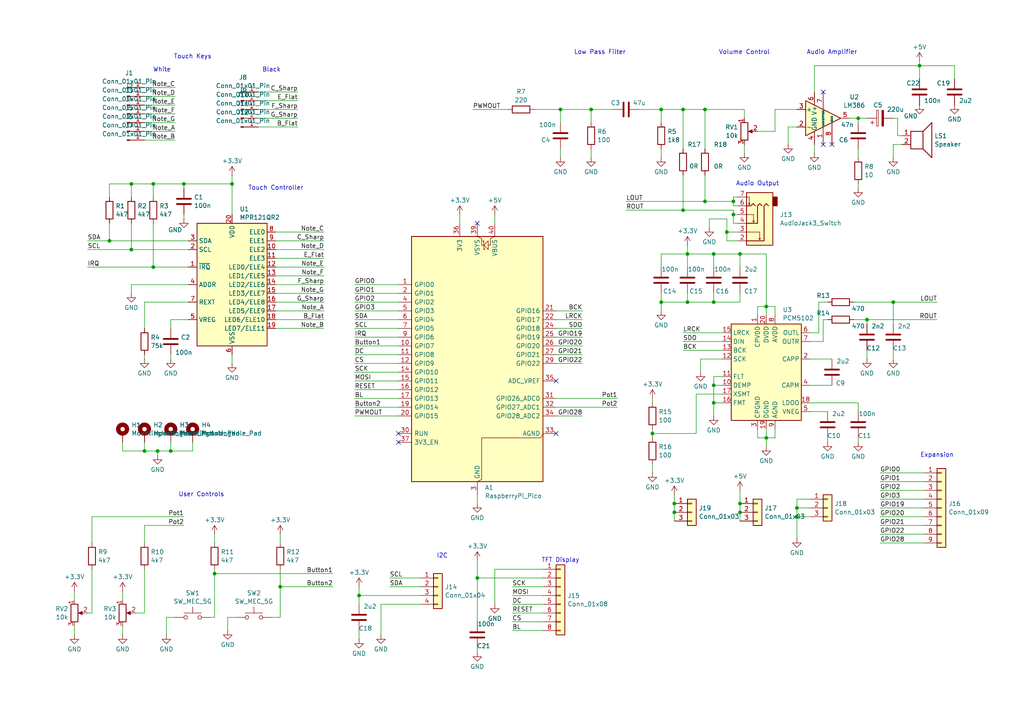
<source format=kicad_sch>
(kicad_sch (version 20231120) (generator "eeschema") (generator_version "8.0")
  (paper "A4")
  (junction (at 195.58 148.59))
  (junction (at 207.01 116.84))
  (junction (at 212.725 62.23))
  (junction (at 204.47 31.75))
  (junction (at 53.34 53.34))
  (junction (at 81.28 170.18))
  (junction (at 44.45 53.34))
  (junction (at 104.14 172.72))
  (junction (at 207.01 87.63))
  (junction (at 195.58 146.05))
  (junction (at 231.14 147.32))
  (junction (at 191.77 31.75))
  (junction (at 212.725 58.42))
  (junction (at 259.08 87.63))
  (junction (at 67.31 53.34))
  (junction (at 214.63 148.59))
  (junction (at 210.82 67.31))
  (junction (at 204.47 58.42))
  (junction (at 41.91 130.81))
  (junction (at 162.56 31.75))
  (junction (at 189.23 125.73))
  (junction (at 198.12 31.75))
  (junction (at 171.45 31.75))
  (junction (at 248.92 34.29))
  (junction (at 38.1 72.39))
  (junction (at 207.01 111.76))
  (junction (at 207.01 73.66))
  (junction (at 191.77 87.63))
  (junction (at 138.43 167.64))
  (junction (at 214.63 73.66))
  (junction (at 222.25 127))
  (junction (at 222.25 88.9))
  (junction (at 199.39 73.66))
  (junction (at 214.63 146.05))
  (junction (at 231.14 149.86))
  (junction (at 62.23 166.37))
  (junction (at 45.72 130.81))
  (junction (at 49.53 130.81))
  (junction (at 38.1 53.34))
  (junction (at 251.46 92.71))
  (junction (at 44.45 77.47))
  (junction (at 198.12 60.96))
  (junction (at 266.7 19.05))
  (junction (at 199.39 87.63))
  (junction (at 31.75 69.85))
  (no_connect (at 238.76 26.67))
  (no_connect (at 241.3 41.91))
  (no_connect (at 115.57 125.73))
  (no_connect (at 161.29 110.49))
  (no_connect (at 115.57 128.27))
  (no_connect (at 161.29 125.73))
  (no_connect (at 238.76 41.91))
  (no_connect (at 138.43 64.77))
  (wire (pts (xy 31.75 64.77) (xy 31.75 69.85)))
  (wire (pts (xy 21.59 181.61) (xy 21.59 184.15)))
  (wire (pts (xy 41.91 157.48) (xy 41.91 152.4)))
  (wire (pts (xy 45.72 130.81) (xy 45.72 132.08)))
  (wire (pts (xy 41.91 130.81) (xy 45.72 130.81)))
  (wire (pts (xy 259.08 101.6) (xy 259.08 104.14)))
  (wire (pts (xy 44.45 77.47) (xy 54.61 77.47)))
  (wire (pts (xy 276.86 19.05) (xy 276.86 22.86)))
  (wire (pts (xy 259.08 87.63) (xy 259.08 93.98)))
  (wire (pts (xy 102.87 95.25) (xy 115.57 95.25)))
  (wire (pts (xy 110.49 175.26) (xy 110.49 184.15)))
  (wire (pts (xy 201.93 114.3) (xy 209.55 114.3)))
  (wire (pts (xy 199.39 71.12) (xy 199.39 73.66)))
  (wire (pts (xy 41.91 25.4) (xy 50.8 25.4)))
  (wire (pts (xy 81.28 154.94) (xy 81.28 157.48)))
  (wire (pts (xy 143.51 62.23) (xy 143.51 64.77)))
  (wire (pts (xy 212.725 57.15) (xy 213.995 57.15)))
  (wire (pts (xy 259.08 34.29) (xy 260.35 34.29)))
  (wire (pts (xy 31.75 69.85) (xy 54.61 69.85)))
  (wire (pts (xy 81.28 170.18) (xy 96.52 170.18)))
  (wire (pts (xy 148.59 170.18) (xy 157.48 170.18)))
  (wire (pts (xy 214.63 85.09) (xy 214.63 87.63)))
  (wire (pts (xy 41.91 165.1) (xy 41.91 177.8)))
  (wire (pts (xy 189.23 125.73) (xy 189.23 127)))
  (wire (pts (xy 191.77 85.09) (xy 191.77 87.63)))
  (wire (pts (xy 207.01 73.66) (xy 214.63 73.66)))
  (wire (pts (xy 41.91 27.94) (xy 50.8 27.94)))
  (wire (pts (xy 237.49 87.63) (xy 240.03 87.63)))
  (wire (pts (xy 222.25 127) (xy 224.79 127)))
  (wire (pts (xy 247.65 92.71) (xy 251.46 92.71)))
  (wire (pts (xy 248.92 116.84) (xy 248.92 119.38)))
  (wire (pts (xy 248.92 34.29) (xy 251.46 34.29)))
  (wire (pts (xy 78.74 179.07) (xy 81.28 179.07)))
  (wire (pts (xy 207.01 85.09) (xy 207.01 87.63)))
  (wire (pts (xy 62.23 154.94) (xy 62.23 157.48)))
  (wire (pts (xy 199.39 73.66) (xy 207.01 73.66)))
  (wire (pts (xy 102.87 113.03) (xy 115.57 113.03)))
  (wire (pts (xy 41.91 33.02) (xy 50.8 33.02)))
  (wire (pts (xy 162.56 43.18) (xy 162.56 45.72)))
  (wire (pts (xy 102.87 100.33) (xy 115.57 100.33)))
  (wire (pts (xy 231.14 149.86) (xy 231.14 156.21)))
  (wire (pts (xy 49.53 102.87) (xy 49.53 104.14)))
  (wire (pts (xy 203.2 104.14) (xy 203.2 107.95)))
  (wire (pts (xy 195.58 146.05) (xy 195.58 148.59)))
  (wire (pts (xy 231.14 36.83) (xy 228.6 36.83)))
  (wire (pts (xy 199.39 73.66) (xy 199.39 77.47)))
  (wire (pts (xy 31.75 57.15) (xy 31.75 53.34)))
  (wire (pts (xy 210.82 67.31) (xy 210.82 69.85)))
  (wire (pts (xy 199.39 87.63) (xy 207.01 87.63)))
  (wire (pts (xy 207.01 111.76) (xy 209.55 111.76)))
  (wire (pts (xy 26.67 165.1) (xy 26.67 177.8)))
  (wire (pts (xy 143.51 165.1) (xy 157.48 165.1)))
  (wire (pts (xy 198.12 96.52) (xy 209.55 96.52)))
  (wire (pts (xy 80.01 82.55) (xy 93.98 82.55)))
  (wire (pts (xy 214.63 148.59) (xy 214.63 151.13)))
  (wire (pts (xy 191.77 35.56) (xy 191.77 31.75)))
  (wire (pts (xy 198.12 101.6) (xy 209.55 101.6)))
  (wire (pts (xy 44.45 64.77) (xy 44.45 77.47)))
  (wire (pts (xy 204.47 58.42) (xy 212.725 58.42)))
  (wire (pts (xy 205.74 63.5) (xy 205.74 66.04)))
  (wire (pts (xy 251.46 92.71) (xy 251.46 93.98)))
  (wire (pts (xy 195.58 143.51) (xy 195.58 146.05)))
  (wire (pts (xy 207.01 87.63) (xy 214.63 87.63)))
  (wire (pts (xy 222.25 127) (xy 222.25 129.54)))
  (wire (pts (xy 44.45 53.34) (xy 53.34 53.34)))
  (wire (pts (xy 248.92 43.18) (xy 248.92 45.72)))
  (wire (pts (xy 214.63 73.66) (xy 222.25 73.66)))
  (wire (pts (xy 102.87 87.63) (xy 115.57 87.63)))
  (wire (pts (xy 80.01 85.09) (xy 93.98 85.09)))
  (wire (pts (xy 207.01 116.84) (xy 207.01 120.65)))
  (wire (pts (xy 234.95 96.52) (xy 237.49 96.52)))
  (wire (pts (xy 199.39 85.09) (xy 199.39 87.63)))
  (wire (pts (xy 80.01 80.01) (xy 93.98 80.01)))
  (wire (pts (xy 138.43 167.64) (xy 157.48 167.64)))
  (wire (pts (xy 247.65 87.63) (xy 259.08 87.63)))
  (wire (pts (xy 62.23 166.37) (xy 62.23 165.1)))
  (wire (pts (xy 74.93 29.21) (xy 86.36 29.21)))
  (wire (pts (xy 53.34 54.61) (xy 53.34 53.34)))
  (wire (pts (xy 255.27 144.78) (xy 267.97 144.78)))
  (wire (pts (xy 102.87 82.55) (xy 115.57 82.55)))
  (wire (pts (xy 104.14 182.88) (xy 104.14 185.42)))
  (wire (pts (xy 80.01 72.39) (xy 93.98 72.39)))
  (wire (pts (xy 35.56 181.61) (xy 35.56 184.15)))
  (wire (pts (xy 191.77 77.47) (xy 191.77 73.66)))
  (wire (pts (xy 191.77 87.63) (xy 199.39 87.63)))
  (wire (pts (xy 25.4 77.47) (xy 44.45 77.47)))
  (wire (pts (xy 81.28 170.18) (xy 81.28 165.1)))
  (wire (pts (xy 35.56 130.81) (xy 41.91 130.81)))
  (wire (pts (xy 80.01 87.63) (xy 93.98 87.63)))
  (wire (pts (xy 251.46 92.71) (xy 271.78 92.71)))
  (wire (pts (xy 191.77 31.75) (xy 198.12 31.75)))
  (wire (pts (xy 102.87 118.11) (xy 115.57 118.11)))
  (wire (pts (xy 138.43 167.64) (xy 138.43 180.34)))
  (wire (pts (xy 191.77 43.18) (xy 191.77 45.72)))
  (wire (pts (xy 209.55 109.22) (xy 207.01 109.22)))
  (wire (pts (xy 41.91 40.64) (xy 50.8 40.64)))
  (wire (pts (xy 26.67 149.86) (xy 53.34 149.86)))
  (wire (pts (xy 266.7 17.78) (xy 266.7 19.05)))
  (wire (pts (xy 161.29 115.57) (xy 179.07 115.57)))
  (wire (pts (xy 49.53 130.81) (xy 55.88 130.81)))
  (wire (pts (xy 137.16 31.75) (xy 147.32 31.75)))
  (wire (pts (xy 198.12 31.75) (xy 198.12 43.18)))
  (wire (pts (xy 210.82 63.5) (xy 210.82 67.31)))
  (wire (pts (xy 54.61 92.71) (xy 49.53 92.71)))
  (wire (pts (xy 41.91 35.56) (xy 50.8 35.56)))
  (wire (pts (xy 234.95 99.06) (xy 238.76 99.06)))
  (wire (pts (xy 222.25 73.66) (xy 222.25 88.9)))
  (wire (pts (xy 45.72 130.81) (xy 49.53 130.81)))
  (wire (pts (xy 74.93 36.83) (xy 86.36 36.83)))
  (wire (pts (xy 80.01 95.25) (xy 93.98 95.25)))
  (wire (pts (xy 198.12 50.8) (xy 198.12 60.96)))
  (wire (pts (xy 212.725 58.42) (xy 212.725 57.15)))
  (wire (pts (xy 161.29 95.25) (xy 168.91 95.25)))
  (wire (pts (xy 31.75 53.34) (xy 38.1 53.34)))
  (wire (pts (xy 219.71 124.46) (xy 219.71 127)))
  (wire (pts (xy 81.28 170.18) (xy 81.28 179.07)))
  (wire (pts (xy 49.53 92.71) (xy 49.53 95.25)))
  (wire (pts (xy 80.01 69.85) (xy 93.98 69.85)))
  (wire (pts (xy 161.29 105.41) (xy 168.91 105.41)))
  (wire (pts (xy 207.01 109.22) (xy 207.01 111.76)))
  (wire (pts (xy 161.29 118.11) (xy 179.07 118.11)))
  (wire (pts (xy 148.59 180.34) (xy 157.48 180.34)))
  (wire (pts (xy 210.82 69.85) (xy 213.995 69.85)))
  (wire (pts (xy 259.08 87.63) (xy 271.78 87.63)))
  (wire (pts (xy 215.9 41.91) (xy 215.9 44.45)))
  (wire (pts (xy 231.14 144.78) (xy 231.14 147.32)))
  (wire (pts (xy 26.67 177.8) (xy 25.4 177.8)))
  (wire (pts (xy 214.63 73.66) (xy 214.63 77.47)))
  (wire (pts (xy 231.14 147.32) (xy 234.95 147.32)))
  (wire (pts (xy 276.86 19.05) (xy 266.7 19.05)))
  (wire (pts (xy 49.53 128.27) (xy 49.53 130.81)))
  (wire (pts (xy 210.82 67.31) (xy 213.995 67.31)))
  (wire (pts (xy 41.91 102.87) (xy 41.91 104.14)))
  (wire (pts (xy 41.91 38.1) (xy 50.8 38.1)))
  (wire (pts (xy 80.01 74.93) (xy 93.98 74.93)))
  (wire (pts (xy 154.94 31.75) (xy 162.56 31.75)))
  (wire (pts (xy 102.87 102.87) (xy 115.57 102.87)))
  (wire (pts (xy 38.1 53.34) (xy 38.1 57.15)))
  (wire (pts (xy 204.47 31.75) (xy 215.9 31.75)))
  (wire (pts (xy 110.49 175.26) (xy 121.92 175.26)))
  (wire (pts (xy 236.22 19.05) (xy 266.7 19.05)))
  (wire (pts (xy 248.92 34.29) (xy 248.92 35.56)))
  (wire (pts (xy 60.96 179.07) (xy 62.23 179.07)))
  (wire (pts (xy 102.87 85.09) (xy 115.57 85.09)))
  (wire (pts (xy 62.23 166.37) (xy 96.52 166.37)))
  (wire (pts (xy 161.29 90.17) (xy 168.91 90.17)))
  (wire (pts (xy 198.12 99.06) (xy 209.55 99.06)))
  (wire (pts (xy 195.58 148.59) (xy 195.58 151.13)))
  (wire (pts (xy 260.35 34.29) (xy 260.35 39.37)))
  (wire (pts (xy 161.29 120.65) (xy 168.91 120.65)))
  (wire (pts (xy 113.03 167.64) (xy 121.92 167.64)))
  (wire (pts (xy 25.4 69.85) (xy 31.75 69.85)))
  (wire (pts (xy 261.62 41.91) (xy 259.08 41.91)))
  (wire (pts (xy 67.31 102.87) (xy 67.31 105.41)))
  (wire (pts (xy 74.93 34.29) (xy 86.36 34.29)))
  (wire (pts (xy 35.56 128.27) (xy 35.56 130.81)))
  (wire (pts (xy 266.7 19.05) (xy 266.7 22.86)))
  (wire (pts (xy 161.29 97.79) (xy 168.91 97.79)))
  (wire (pts (xy 143.51 165.1) (xy 143.51 175.26)))
  (wire (pts (xy 185.42 31.75) (xy 191.77 31.75)))
  (wire (pts (xy 260.35 39.37) (xy 261.62 39.37)))
  (wire (pts (xy 212.725 62.23) (xy 213.995 62.23)))
  (wire (pts (xy 237.49 96.52) (xy 237.49 87.63)))
  (wire (pts (xy 48.26 179.07) (xy 50.8 179.07)))
  (wire (pts (xy 215.9 31.75) (xy 215.9 34.29)))
  (wire (pts (xy 26.67 157.48) (xy 26.67 149.86)))
  (wire (pts (xy 53.34 53.34) (xy 67.31 53.34)))
  (wire (pts (xy 231.14 149.86) (xy 234.95 149.86)))
  (wire (pts (xy 67.31 53.34) (xy 67.31 62.23)))
  (wire (pts (xy 138.43 187.96) (xy 138.43 189.23)))
  (wire (pts (xy 234.95 144.78) (xy 231.14 144.78)))
  (wire (pts (xy 62.23 166.37) (xy 62.23 179.07)))
  (wire (pts (xy 80.01 77.47) (xy 93.98 77.47)))
  (wire (pts (xy 162.56 31.75) (xy 162.56 35.56)))
  (wire (pts (xy 171.45 43.18) (xy 171.45 45.72)))
  (wire (pts (xy 44.45 57.15) (xy 44.45 53.34)))
  (wire (pts (xy 255.27 137.16) (xy 267.97 137.16)))
  (wire (pts (xy 228.6 36.83) (xy 228.6 41.91)))
  (wire (pts (xy 204.47 31.75) (xy 204.47 43.18)))
  (wire (pts (xy 238.76 92.71) (xy 240.03 92.71)))
  (wire (pts (xy 171.45 31.75) (xy 177.8 31.75)))
  (wire (pts (xy 189.23 115.57) (xy 189.23 116.84)))
  (wire (pts (xy 67.31 50.8) (xy 67.31 53.34)))
  (wire (pts (xy 181.61 58.42) (xy 204.47 58.42)))
  (wire (pts (xy 102.87 90.17) (xy 115.57 90.17)))
  (wire (pts (xy 161.29 92.71) (xy 168.91 92.71)))
  (wire (pts (xy 212.725 64.77) (xy 213.995 64.77)))
  (wire (pts (xy 55.88 130.81) (xy 55.88 128.27)))
  (wire (pts (xy 198.12 60.96) (xy 212.725 60.96)))
  (wire (pts (xy 191.77 73.66) (xy 199.39 73.66)))
  (wire (pts (xy 80.01 90.17) (xy 93.98 90.17)))
  (wire (pts (xy 238.76 99.06) (xy 238.76 92.71)))
  (wire (pts (xy 102.87 97.79) (xy 115.57 97.79)))
  (wire (pts (xy 224.79 127) (xy 224.79 124.46)))
  (wire (pts (xy 224.79 38.1) (xy 224.79 31.75)))
  (wire (pts (xy 222.25 88.9) (xy 224.79 88.9)))
  (wire (pts (xy 38.1 72.39) (xy 54.61 72.39)))
  (wire (pts (xy 74.93 26.67) (xy 86.36 26.67)))
  (wire (pts (xy 171.45 31.75) (xy 171.45 35.56)))
  (wire (pts (xy 234.95 111.76) (xy 241.3 111.76)))
  (wire (pts (xy 189.23 134.62) (xy 189.23 137.16)))
  (wire (pts (xy 219.71 38.1) (xy 224.79 38.1)))
  (wire (pts (xy 236.22 19.05) (xy 236.22 26.67)))
  (wire (pts (xy 162.56 31.75) (xy 171.45 31.75)))
  (wire (pts (xy 198.12 31.75) (xy 204.47 31.75)))
  (wire (pts (xy 41.91 87.63) (xy 54.61 87.63)))
  (wire (pts (xy 21.59 171.45) (xy 21.59 173.99)))
  (wire (pts (xy 219.71 88.9) (xy 222.25 88.9)))
  (wire (pts (xy 102.87 107.95) (xy 115.57 107.95)))
  (wire (pts (xy 251.46 101.6) (xy 251.46 104.14)))
  (wire (pts (xy 255.27 147.32) (xy 267.97 147.32)))
  (wire (pts (xy 66.04 179.07) (xy 68.58 179.07)))
  (wire (pts (xy 248.92 127) (xy 248.92 128.27)))
  (wire (pts (xy 54.61 82.55) (xy 38.1 82.55)))
  (wire (pts (xy 191.77 87.63) (xy 191.77 90.17)))
  (wire (pts (xy 161.29 102.87) (xy 168.91 102.87)))
  (wire (pts (xy 104.14 172.72) (xy 121.92 172.72)))
  (wire (pts (xy 207.01 73.66) (xy 207.01 77.47)))
  (wire (pts (xy 214.63 142.24) (xy 214.63 146.05)))
  (wire (pts (xy 41.91 177.8) (xy 39.37 177.8)))
  (wire (pts (xy 53.34 62.23) (xy 53.34 63.5)))
  (wire (pts (xy 41.91 30.48) (xy 50.8 30.48)))
  (wire (pts (xy 189.23 124.46) (xy 189.23 125.73)))
  (wire (pts (xy 74.93 31.75) (xy 86.36 31.75)))
  (wire (pts (xy 255.27 152.4) (xy 267.97 152.4)))
  (wire (pts (xy 148.59 172.72) (xy 157.48 172.72)))
  (wire (pts (xy 205.74 63.5) (xy 210.82 63.5)))
  (wire (pts (xy 234.95 104.14) (xy 241.3 104.14)))
  (wire (pts (xy 207.01 111.76) (xy 207.01 116.84)))
  (wire (pts (xy 148.59 182.88) (xy 157.48 182.88)))
  (wire (pts (xy 41.91 95.25) (xy 41.91 87.63)))
  (wire (pts (xy 80.01 67.31) (xy 93.98 67.31)))
  (wire (pts (xy 189.23 125.73) (xy 201.93 125.73)))
  (wire (pts (xy 222.25 88.9) (xy 222.25 91.44)))
  (wire (pts (xy 240.03 127) (xy 240.03 128.27)))
  (wire (pts (xy 224.79 88.9) (xy 224.79 91.44)))
  (wire (pts (xy 102.87 105.41) (xy 115.57 105.41)))
  (wire (pts (xy 204.47 50.8) (xy 204.47 58.42)))
  (wire (pts (xy 25.4 72.39) (xy 38.1 72.39)))
  (wire (pts (xy 255.27 139.7) (xy 267.97 139.7)))
  (wire (pts (xy 219.71 91.44) (xy 219.71 88.9)))
  (wire (pts (xy 102.87 110.49) (xy 115.57 110.49)))
  (wire (pts (xy 212.725 58.42) (xy 212.725 59.69)))
  (wire (pts (xy 255.27 149.86) (xy 267.97 149.86)))
  (wire (pts (xy 248.92 53.34) (xy 248.92 54.61)))
  (wire (pts (xy 102.87 120.65) (xy 115.57 120.65)))
  (wire (pts (xy 38.1 64.77) (xy 38.1 72.39)))
  (wire (pts (xy 234.95 119.38) (xy 240.03 119.38)))
  (wire (pts (xy 35.56 171.45) (xy 35.56 173.99)))
  (wire (pts (xy 133.35 62.23) (xy 133.35 64.77)))
  (wire (pts (xy 201.93 125.73) (xy 201.93 114.3)))
  (wire (pts (xy 66.04 179.07) (xy 66.04 182.88)))
  (wire (pts (xy 236.22 41.91) (xy 236.22 44.45)))
  (wire (pts (xy 38.1 82.55) (xy 38.1 85.09)))
  (wire (pts (xy 138.43 143.51) (xy 138.43 146.05)))
  (wire (pts (xy 255.27 157.48) (xy 267.97 157.48)))
  (wire (pts (xy 212.725 60.96) (xy 212.725 62.23)))
  (wire (pts (xy 212.725 62.23) (xy 212.725 64.77)))
  (wire (pts (xy 138.43 162.56) (xy 138.43 167.64)))
  (wire (pts (xy 231.14 147.32) (xy 231.14 149.86)))
  (wire (pts (xy 113.03 170.18) (xy 121.92 170.18)))
  (wire (pts (xy 161.29 100.33) (xy 168.91 100.33)))
  (wire (pts (xy 259.08 41.91) (xy 259.08 45.72)))
  (wire (pts (xy 209.55 116.84) (xy 207.01 116.84)))
  (wire (pts (xy 148.59 175.26) (xy 157.48 175.26)))
  (wire (pts (xy 255.27 154.94) (xy 267.97 154.94)))
  (wire (pts (xy 104.14 170.18) (xy 104.14 172.72)))
  (wire (pts (xy 148.59 177.8) (xy 157.48 177.8)))
  (wire (pts (xy 214.63 146.05) (xy 214.63 148.59)))
  (wire (pts (xy 212.725 59.69) (xy 213.995 59.69)))
  (wire (pts (xy 102.87 115.57) (xy 115.57 115.57)))
  (wire (pts (xy 41.91 128.27) (xy 41.91 130.81)))
  (wire (pts (xy 38.1 53.34) (xy 44.45 53.34)))
  (wire (pts (xy 234.95 116.84) (xy 248.92 116.84)))
  (wire (pts (xy 80.01 92.71) (xy 93.98 92.71)))
  (wire (pts (xy 222.25 124.46) (xy 222.25 127)))
  (wire (pts (xy 255.27 142.24) (xy 267.97 142.24)))
  (wire (pts (xy 209.55 104.14) (xy 203.2 104.14)))
  (wire (pts (xy 246.38 34.29) (xy 248.92 34.29)))
  (wire (pts (xy 41.91 152.4) (xy 53.34 152.4)))
  (wire (pts (xy 104.14 172.72) (xy 104.14 175.26)))
  (wire (pts (xy 48.26 179.07) (xy 48.26 184.15)))
  (wire (pts (xy 181.61 60.96) (xy 198.12 60.96)))
  (wire (pts (xy 102.87 92.71) (xy 115.57 92.71)))
  (wire (pts (xy 219.71 127) (xy 222.25 127)))
  (wire (pts (xy 224.79 31.75) (xy 231.14 31.75)))
  (text "Low Pass Filter" (at 173.99 15.24 0) (effects (font (size 1.27 1.27))))
  (text "Black" (at 78.74 20.32 0) (effects (font (size 1.27 1.27))))
  (text "Touch Keys" (at 55.88 16.51 0) (effects (font (size 1.27 1.27))))
  (text "Audio Amplifier" (at 241.3 15.24 0) (effects (font (size 1.27 1.27))))
  (text "Audio Output" (at 219.71 53.34 0) (effects (font (size 1.27 1.27))))
  (text "TFT Display" (at 162.56 162.56 0) (effects (font (size 1.27 1.27))))
  (text "Volume Control" (at 215.9 15.24 0) (effects (font (size 1.27 1.27))))
  (text "I2C" (at 128.27 161.29 0) (effects (font (size 1.27 1.27))))
  (text "Expansion" (at 271.78 132.08 0) (effects (font (size 1.27 1.27))))
  (text "User Controls" (at 58.42 143.51 0) (effects (font (size 1.27 1.27))))
  (text "Touch Controller" (at 80.01 54.61 0) (effects (font (size 1.27 1.27))))
  (text "White" (at 46.99 20.32 0) (effects (font (size 1.27 1.27))))
  (label "MOSI" (at 148.59 172.72 0))
  (label "Pot2" (at 53.34 152.4 180))
  (label "Button2" (at 96.52 170.18 180))
  (label "SCL" (at 25.4 72.39 0))
  (label "SDO" (at 198.12 99.06 0))
  (label "IRQ" (at 102.87 97.79 0))
  (label "Note_F" (at 93.98 80.01 180))
  (label "DC" (at 148.59 175.26 0))
  (label "B_Flat" (at 86.36 36.83 180))
  (label "MOSI" (at 102.87 110.49 0))
  (label "SCK" (at 148.59 170.18 0))
  (label "Note_B" (at 93.98 95.25 180))
  (label "CS" (at 148.59 180.34 0))
  (label "GPIO28" (at 255.27 157.48 0))
  (label "SCL" (at 102.87 95.25 0))
  (label "Note_A" (at 50.8 38.1 180))
  (label "RESET" (at 102.87 113.03 0))
  (label "Button1" (at 96.52 166.37 180))
  (label "GPIO2" (at 255.27 142.24 0))
  (label "Note_D" (at 93.98 72.39 180))
  (label "Note_G" (at 50.8 35.56 180))
  (label "LRCK" (at 168.91 92.71 180))
  (label "ROUT" (at 181.61 60.96 0))
  (label "C_Sharp" (at 86.36 26.67 180))
  (label "Button2" (at 102.87 118.11 0))
  (label "SCK" (at 102.87 107.95 0))
  (label "GPIO21" (at 255.27 152.4 0))
  (label "IRQ" (at 25.4 77.47 0))
  (label "SDA" (at 113.03 170.18 0))
  (label "Note_D" (at 50.8 27.94 180))
  (label "F_Sharp" (at 86.36 31.75 180))
  (label "CS" (at 102.87 105.41 0))
  (label "RESET" (at 148.59 177.8 0))
  (label "SDA" (at 102.87 92.71 0))
  (label "BL" (at 148.59 182.88 0))
  (label "SCL" (at 113.03 167.64 0))
  (label "Note_G" (at 93.98 85.09 180))
  (label "GPIO20" (at 168.91 100.33 180))
  (label "Note_C" (at 50.8 25.4 180))
  (label "G_Sharp" (at 86.36 34.29 180))
  (label "GPIO19" (at 168.91 97.79 180))
  (label "E_Flat" (at 86.36 29.21 180))
  (label "GPIO22" (at 168.91 105.41 180))
  (label "G_Sharp" (at 93.98 87.63 180))
  (label "E_Flat" (at 93.98 74.93 180))
  (label "Pot2" (at 179.07 118.11 180))
  (label "Pot1" (at 53.34 149.86 180))
  (label "GPIO19" (at 255.27 147.32 0))
  (label "GPIO0" (at 255.27 137.16 0))
  (label "LOUT" (at 271.78 87.63 180))
  (label "LRCK" (at 198.12 96.52 0))
  (label "DC" (at 102.87 102.87 0))
  (label "PWMOUT" (at 102.87 120.65 0))
  (label "GPIO21" (at 168.91 102.87 180))
  (label "GPIO3" (at 102.87 90.17 0))
  (label "Note_B" (at 50.8 40.64 180))
  (label "BCK" (at 198.12 101.6 0))
  (label "SDA" (at 25.4 69.85 0))
  (label "GPIO22" (at 255.27 154.94 0))
  (label "GPIO1" (at 102.87 85.09 0))
  (label "GPIO1" (at 255.27 139.7 0))
  (label "B_Flat" (at 93.98 92.71 180))
  (label "BL" (at 102.87 115.57 0))
  (label "C_Sharp" (at 93.98 69.85 180))
  (label "BCK" (at 168.91 90.17 180))
  (label "PWMOUT" (at 137.16 31.75 0))
  (label "GPIO28" (at 168.91 120.65 180))
  (label "ROUT" (at 271.78 92.71 180))
  (label "Note_E" (at 50.8 30.48 180))
  (label "Note_F" (at 50.8 33.02 180))
  (label "Pot1" (at 179.07 115.57 180))
  (label "SDO" (at 168.91 95.25 180))
  (label "Note_E" (at 93.98 77.47 180))
  (label "LOUT" (at 181.61 58.42 0))
  (label "GPIO3" (at 255.27 144.78 0))
  (label "Note_C" (at 93.98 67.31 180))
  (label "Note_A" (at 93.98 90.17 180))
  (label "GPIO20" (at 255.27 149.86 0))
  (label "GPIO0" (at 102.87 82.55 0))
  (label "F_Sharp" (at 93.98 82.55 180))
  (label "GPIO2" (at 102.87 87.63 0))
  (label "Button1" (at 102.87 100.33 0))
  (symbol (lib_id "power:GND") (at 66.04 182.88 0) (unit 1)
    (property "Reference" "#PWR020" (effects (hide yes)))
    (property "Value" "GND" (at 66.04 187.0131 0))
    (property "Description" "Power symbol creates a global label with name \"GND\" , ground" (effects (hide yes)))
  )
  (symbol (lib_id "Device:C") (at 276.86 26.67 180) (unit 1)
    (property "Reference" "C19" (at 275.59 24.13 0) (effects (justify left)))
    (property "Value" "2u2" (at 281.94 29.21 0) (effects (justify left)))
    (property "Footprint" "Capacitor_SMD:C_0603_1608Metric" (effects (hide yes)))
    (property "Description" "Unpolarized capacitor" (effects (hide yes)))
  )
  (symbol (lib_id "power:GND") (at 67.31 105.41 0) (unit 1)
    (property "Reference" "#PWR01" (effects (hide yes)))
    (property "Value" "GND" (at 67.31 109.5431 0))
    (property "Description" "Power symbol creates a global label with name \"GND\" , ground" (effects (hide yes)))
  )
  (symbol (lib_id "Connector:Conn_01x01_Pin") (at 36.83 30.48 0) (unit 1)
    (property "Reference" "J3" (at 37.465 26.2593 0))
    (property "Value" "Conn_01x01_Pin" (at 37.465 28.6836 0))
    (property "Footprint" "rLab_Keyboard:White_Key" (effects (hide yes)))
    (property "Description" "Generic connector, single row, 01x01, script generated" (effects (hide yes)))
  )
  (symbol (lib_id "power:GND") (at 138.43 146.05 0) (unit 1)
    (property "Reference" "#PWR025" (effects (hide yes)))
    (property "Value" "GND" (at 138.43 150.1831 0))
    (property "Description" "Power symbol creates a global label with name \"GND\" , ground" (effects (hide yes)))
  )
  (symbol (lib_id "power:+3.3V") (at 199.39 71.12 0) (unit 1)
    (property "Reference" "#PWR039" (effects (hide yes)))
    (property "Value" "+3.3V" (at 199.39 66.9869 0))
    (property "Description" "Power symbol creates a global label with name \"+3.3V\"" (effects (hide yes)))
  )
  (symbol (lib_id "Device:R") (at 243.84 92.71 90) (unit 1)
    (property "Reference" "R14" (at 238.76 90.805 90))
    (property "Value" "470" (at 248.92 94.615 90))
    (property "Footprint" "Resistor_SMD:R_0603_1608Metric" (effects (hide yes)))
    (property "Description" "Resistor" (effects (hide yes)))
  )
  (symbol (lib_id "power:+3.3V") (at 138.43 162.56 0) (unit 1)
    (property "Reference" "#PWR051" (effects (hide yes)))
    (property "Value" "+3.3V" (at 138.43 158.4269 0))
    (property "Description" "Power symbol creates a global label with name \"+3.3V\"" (effects (hide yes)))
  )
  (symbol (lib_id "Device:R") (at 189.23 120.65 0) (unit 1)
    (property "Reference" "R15" (at 191.008 119.4378 0) (effects (justify left)))
    (property "Value" "100" (at 191.008 121.8621 0) (effects (justify left)))
    (property "Footprint" "Resistor_SMD:R_0603_1608Metric" (effects (hide yes)))
    (property "Description" "Resistor" (effects (hide yes)))
  )
  (symbol (lib_id "power:GND") (at 104.14 185.42 0) (unit 1)
    (property "Reference" "#PWR042" (effects (hide yes)))
    (property "Value" "GND" (at 104.14 189.5531 0))
    (property "Description" "Power symbol creates a global label with name \"GND\" , ground" (effects (hide yes)))
  )
  (symbol (lib_id "Device:C_Polarized") (at 255.27 34.29 90) (unit 1)
    (property "Reference" "C5" (at 254.635 30.48 90))
    (property "Value" "220u" (at 259.715 31.75 90))
    (property "Footprint" "Capacitor_SMD:C_1206_3216Metric" (effects (hide yes)))
    (property "Description" "Polarized capacitor" (effects (hide yes)))
  )
  (symbol (lib_id "power:GND") (at 251.46 104.14 0) (unit 1)
    (property "Reference" "#PWR033" (effects (hide yes)))
    (property "Value" "GND" (at 251.46 108.2731 0))
    (property "Description" "Power symbol creates a global label with name \"GND\" , ground" (effects (hide yes)))
  )
  (symbol (lib_id "Device:R_Potentiometer") (at 215.9 38.1 0) (unit 1)
    (property "Reference" "RV1" (at 214.1221 36.8878 0) (effects (justify right)))
    (property "Value" "10k" (at 214.1221 39.3121 0) (effects (justify right)))
    (property "Footprint" "rLab_Keyboard:Potentiometer_Bourns_3214G_Horizontal" (effects (hide yes)))
    (property "Description" "Potentiometer" (effects (hide yes)))
  )
  (symbol (lib_id "Device:C") (at 49.53 99.06 0) (unit 1)
    (property "Reference" "C2" (at 52.451 97.8478 0) (effects (justify left)))
    (property "Value" "100n" (at 50.8 102.235 0) (effects (justify left)))
    (property "Footprint" "Capacitor_SMD:C_0603_1608Metric" (effects (hide yes)))
    (property "Description" "Unpolarized capacitor" (effects (hide yes)))
  )
  (symbol (lib_id "Device:C") (at 251.46 97.79 180) (unit 1)
    (property "Reference" "C12" (at 255.27 100.965 0) (effects (justify left)))
    (property "Value" "2n2" (at 256.54 94.615 0) (effects (justify left)))
    (property "Footprint" "Capacitor_SMD:C_0603_1608Metric" (effects (hide yes)))
    (property "Description" "Unpolarized capacitor" (effects (hide yes)))
  )
  (symbol (lib_id "Device:R") (at 151.13 31.75 270) (unit 1)
    (property "Reference" "R7" (at 151.13 26.5895 90))
    (property "Value" "220" (at 151.13 29.0138 90))
    (property "Footprint" "Resistor_SMD:R_0603_1608Metric" (effects (hide yes)))
    (property "Description" "Resistor" (effects (hide yes)))
  )
  (symbol (lib_id "power:GND") (at 143.51 175.26 0) (unit 1)
    (property "Reference" "#PWR050" (effects (hide yes)))
    (property "Value" "GND" (at 143.51 179.3931 0))
    (property "Description" "Power symbol creates a global label with name \"GND\" , ground" (effects (hide yes)))
  )
  (symbol (lib_id "Switch:SW_Omron_B3FS") (at 55.88 179.07 0) (unit 1)
    (property "Reference" "SW1" (at 55.88 172.0045 0))
    (property "Value" "SW_MEC_5G" (at 55.88 174.4288 0))
    (property "Footprint" "Button_Switch_THT:SW_PUSH_6mm_H5mm" (effects (hide yes)))
    (property "Datasheet" "https://omronfs.omron.com/en_US/ecb/products/pdf/en-b3fs.pdf" (effects (hide yes)))
    (property "Description" "Omron B3FS 6x6mm single pole normally-open tactile switch" (effects (hide yes)))
  )
  (symbol (lib_id "Connector:Conn_01x01_Pin") (at 69.85 36.83 0) (unit 1)
    (property "Reference" "J12" (at 70.485 32.6093 0))
    (property "Value" "Conn_01x01_Pin" (at 70.485 35.0336 0))
    (property "Footprint" "rLab_Keyboard:Black_key" (effects (hide yes)))
    (property "Description" "Generic connector, single row, 01x01, script generated" (effects (hide yes)))
  )
  (symbol (lib_id "power:GND") (at 240.03 128.27 0) (unit 1)
    (property "Reference" "#PWR031" (effects (hide yes)))
    (property "Value" "GND" (at 240.03 132.4031 0))
    (property "Description" "Power symbol creates a global label with name \"GND\" , ground" (effects (hide yes)))
  )
  (symbol (lib_id "power:+3.3V") (at 21.59 171.45 0) (unit 1)
    (property "Reference" "#PWR021" (effects (hide yes)))
    (property "Value" "+3.3V" (at 21.59 167.3169 0))
    (property "Description" "Power symbol creates a global label with name \"+3.3V\"" (effects (hide yes)))
  )
  (symbol (lib_id "power:+3.3V") (at 62.23 154.94 0) (unit 1)
    (property "Reference" "#PWR023" (effects (hide yes)))
    (property "Value" "+3.3V" (at 62.23 150.8069 0))
    (property "Description" "Power symbol creates a global label with name \"+3.3V\"" (effects (hide yes)))
  )
  (symbol (lib_id "power:+3.3V") (at 35.56 171.45 0) (unit 1)
    (property "Reference" "#PWR022" (effects (hide yes)))
    (property "Value" "+3.3V" (at 35.56 167.3169 0))
    (property "Description" "Power symbol creates a global label with name \"+3.3V\"" (effects (hide yes)))
  )
  (symbol (lib_id "Audio:PCM5102") (at 222.25 106.68 0) (unit 1)
    (property "Reference" "U3" (at 226.9841 89.8355 0) (effects (justify left)))
    (property "Value" "PCM5102" (at 226.9841 92.2598 0) (effects (justify left)))
    (property "Footprint" "Package_SO:TSSOP-20_4.4x6.5mm_P0.65mm" (effects (hide yes)))
    (property "Datasheet" "http://www.ti.com/lit/ds/symlink/pcm5102.pdf" (effects (hide yes)))
    (property "Description" "2VRMS DirectPath, 112dB Audio Stereo DAC with 32-bit, 384kHz PCM Interface, TSSOP-20" (effects (hide yes)))
  )
  (symbol (lib_id "power:GND") (at 266.7 30.48 0) (unit 1)
    (property "Reference" "#PWR052" (effects (hide yes)))
    (property "Value" "GND" (at 264.16 33.655 0))
    (property "Description" "Power symbol creates a global label with name \"GND\" , ground" (effects (hide yes)))
  )
  (symbol (lib_id "Device:C") (at 191.77 81.28 180) (unit 1)
    (property "Reference" "C14" (at 196.215 84.455 0) (effects (justify left)))
    (property "Value" "100n" (at 196.85 78.105 0) (effects (justify left)))
    (property "Footprint" "Capacitor_SMD:C_0603_1608Metric" (effects (hide yes)))
    (property "Description" "Unpolarized capacitor" (effects (hide yes)))
  )
  (symbol (lib_id "power:GND") (at 207.01 120.65 0) (unit 1)
    (property "Reference" "#PWR037" (effects (hide yes)))
    (property "Value" "GND" (at 207.01 124.7831 0))
    (property "Description" "Power symbol creates a global label with name \"GND\" , ground" (effects (hide yes)))
  )
  (symbol (lib_id "Device:C") (at 207.01 81.28 180) (unit 1)
    (property "Reference" "C16" (at 211.455 84.455 0) (effects (justify left)))
    (property "Value" "100n" (at 212.09 78.105 0) (effects (justify left)))
    (property "Footprint" "Capacitor_SMD:C_0603_1608Metric" (effects (hide yes)))
    (property "Description" "Unpolarized capacitor" (effects (hide yes)))
  )
  (symbol (lib_id "Device:C") (at 138.43 184.15 180) (unit 1)
    (property "Reference" "C21" (at 142.24 187.325 0) (effects (justify left)))
    (property "Value" "100n" (at 143.51 180.975 0) (effects (justify left)))
    (property "Footprint" "Capacitor_SMD:C_0603_1608Metric" (effects (hide yes)))
    (property "Description" "Unpolarized capacitor" (effects (hide yes)))
  )
  (symbol (lib_id "Connector:Conn_01x01_Pin") (at 36.83 40.64 0) (unit 1)
    (property "Reference" "J7" (at 37.465 36.4193 0))
    (property "Value" "Conn_01x01_Pin" (at 37.465 38.8436 0))
    (property "Footprint" "rLab_Keyboard:White_Key" (effects (hide yes)))
    (property "Description" "Generic connector, single row, 01x01, script generated" (effects (hide yes)))
  )
  (symbol (lib_id "Connector:Conn_01x01_Pin") (at 36.83 38.1 0) (unit 1)
    (property "Reference" "J6" (at 37.465 33.8793 0))
    (property "Value" "Conn_01x01_Pin" (at 37.465 36.3036 0))
    (property "Footprint" "rLab_Keyboard:White_Key" (effects (hide yes)))
    (property "Description" "Generic connector, single row, 01x01, script generated" (effects (hide yes)))
  )
  (symbol (lib_id "power:GND") (at 38.1 85.09 0) (unit 1)
    (property "Reference" "#PWR06" (effects (hide yes)))
    (property "Value" "GND" (at 38.1 89.2231 0))
    (property "Description" "Power symbol creates a global label with name \"GND\" , ground" (effects (hide yes)))
  )
  (symbol (lib_id "Device:C") (at 162.56 39.37 180) (unit 1)
    (property "Reference" "C4" (at 159.639 40.5822 0) (effects (justify left)))
    (property "Value" "100n" (at 161.29 36.195 0) (effects (justify left)))
    (property "Footprint" "Capacitor_SMD:C_0603_1608Metric" (effects (hide yes)))
    (property "Description" "Unpolarized capacitor" (effects (hide yes)))
  )
  (symbol (lib_id "power:GND") (at 162.56 45.72 0) (unit 1)
    (property "Reference" "#PWR013" (effects (hide yes)))
    (property "Value" "GND" (at 162.56 49.8531 0))
    (property "Description" "Power symbol creates a global label with name \"GND\" , ground" (effects (hide yes)))
  )
  (symbol (lib_id "Connector:Conn_01x01_Pin") (at 36.83 27.94 0) (unit 1)
    (property "Reference" "J2" (at 37.465 24.9893 0))
    (property "Value" "Conn_01x01_Pin" (at 37.465 26.1436 0))
    (property "Footprint" "rLab_Keyboard:White_Key" (effects (hide yes)))
    (property "Description" "Generic connector, single row, 01x01, script generated" (effects (hide yes)))
  )
  (symbol (lib_id "Switch:SW_Omron_B3FS") (at 73.66 179.07 0) (unit 1)
    (property "Reference" "SW2" (at 73.66 172.0045 0))
    (property "Value" "SW_MEC_5G" (at 73.66 174.4288 0))
    (property "Footprint" "Button_Switch_THT:SW_PUSH_6mm_H5mm" (effects (hide yes)))
    (property "Datasheet" "https://omronfs.omron.com/en_US/ecb/products/pdf/en-b3fs.pdf" (effects (hide yes)))
    (property "Description" "Omron B3FS 6x6mm single pole normally-open tactile switch" (effects (hide yes)))
  )
  (symbol (lib_id "Device:C") (at 259.08 97.79 180) (unit 1)
    (property "Reference" "C13" (at 262.89 100.965 0) (effects (justify left)))
    (property "Value" "2n2" (at 264.16 94.615 0) (effects (justify left)))
    (property "Footprint" "Capacitor_SMD:C_0603_1608Metric" (effects (hide yes)))
    (property "Description" "Unpolarized capacitor" (effects (hide yes)))
  )
  (symbol (lib_id "Device:C") (at 248.92 39.37 180) (unit 1)
    (property "Reference" "C6" (at 245.999 40.5822 0) (effects (justify left)))
    (property "Value" "47n" (at 247.65 36.195 0) (effects (justify left)))
    (property "Footprint" "Capacitor_SMD:C_0603_1608Metric" (effects (hide yes)))
    (property "Description" "Unpolarized capacitor" (effects (hide yes)))
  )
  (symbol (lib_id "rLab_Keyboard:AudioJack3_Switch") (at 219.075 64.77 180) (unit 1)
    (property "Reference" "J13" (at 226.187 62.2878 0) (effects (justify right)))
    (property "Value" "AudioJack3_Switch" (at 226.187 64.7121 0) (effects (justify right)))
    (property "Footprint" "rLab_Keyboard:Jack_3.5mm_PJ342_Horizontal" (effects (hide yes)))
    (property "Description" "Audio Jack, 3 Poles (Stereo / TRS), Switched Poles (Normalling)" (effects (hide yes)))
  )
  (symbol (lib_id "Mechanical:MountingHole_Pad") (at 35.56 125.73 0) (unit 1) (exclude_from_sim yes) (in_bom no)
    (property "Reference" "H1" (at 38.1 123.2478 0) (effects (justify left)))
    (property "Value" "MountingHole_Pad" (at 38.1 125.6721 0) (effects (justify left)))
    (property "Footprint" "MountingHole:MountingHole_2.2mm_M2_DIN965_Pad" (effects (hide yes)))
    (property "Description" "Mounting Hole with connection" (effects (hide yes)))
  )
  (symbol (lib_id "power:GND") (at 205.74 66.04 0) (unit 1)
    (property "Reference" "#PWR08" (effects (hide yes)))
    (property "Value" "GND" (at 205.74 70.1731 0))
    (property "Description" "Power symbol creates a global label with name \"GND\" , ground" (effects (hide yes)))
  )
  (symbol (lib_id "Connector:Conn_01x01_Pin") (at 69.85 31.75 0) (unit 1)
    (property "Reference" "J10" (at 70.485 27.5293 0))
    (property "Value" "Conn_01x01_Pin" (at 70.485 29.9536 0))
    (property "Footprint" "rLab_Keyboard:Black_key" (effects (hide yes)))
    (property "Description" "Generic connector, single row, 01x01, script generated" (effects (hide yes)))
  )
  (symbol (lib_id "Connector:Conn_01x01_Pin") (at 36.83 33.02 0) (unit 1)
    (property "Reference" "J4" (at 37.465 28.7993 0))
    (property "Value" "Conn_01x01_Pin" (at 37.465 31.2236 0))
    (property "Footprint" "rLab_Keyboard:White_Key" (effects (hide yes)))
    (property "Description" "Generic connector, single row, 01x01, script generated" (effects (hide yes)))
  )
  (symbol (lib_id "power:GND") (at 276.86 30.48 0) (unit 1)
    (property "Reference" "#PWR045" (effects (hide yes)))
    (property "Value" "GND" (at 276.86 34.6131 0))
    (property "Description" "Power symbol creates a global label with name \"GND\" , ground" (effects (hide yes)))
  )
  (symbol (lib_id "Device:C") (at 181.61 31.75 270) (unit 1)
    (property "Reference" "C3" (at 177.165 29.845 90) (effects (justify left)))
    (property "Value" "47u" (at 183.515 29.845 90) (effects (justify left)))
    (property "Footprint" "Capacitor_SMD:C_0805_2012Metric" (effects (hide yes)))
    (property "Description" "Unpolarized capacitor" (effects (hide yes)))
  )
  (symbol (lib_id "Mechanical:MountingHole_Pad") (at 55.88 125.73 0) (unit 1) (exclude_from_sim yes) (in_bom no)
    (property "Reference" "H4" (at 58.42 123.2478 0) (effects (justify left)))
    (property "Value" "MountingHole_Pad" (at 58.42 125.6721 0) (effects (justify left)))
    (property "Footprint" "MountingHole:MountingHole_2.2mm_M2_DIN965_Pad" (effects (hide yes)))
    (property "Description" "Mounting Hole with connection" (effects (hide yes)))
  )
  (symbol (lib_id "power:GND") (at 45.72 132.08 0) (unit 1)
    (property "Reference" "#PWR053" (effects (hide yes)))
    (property "Value" "GND" (at 45.72 136.2131 0))
    (property "Description" "Power symbol creates a global label with name \"GND\" , ground" (effects (hide yes)))
  )
  (symbol (lib_id "power:+3.3V") (at 133.35 62.23 0) (unit 1)
    (property "Reference" "#PWR026" (effects (hide yes)))
    (property "Value" "+3.3V" (at 133.35 58.0969 0))
    (property "Description" "Power symbol creates a global label with name \"+3.3V\"" (effects (hide yes)))
  )
  (symbol (lib_id "power:GND") (at 35.56 184.15 0) (unit 1)
    (property "Reference" "#PWR018" (effects (hide yes)))
    (property "Value" "GND" (at 35.56 188.2831 0))
    (property "Description" "Power symbol creates a global label with name \"GND\" , ground" (effects (hide yes)))
  )
  (symbol (lib_id "Device:C") (at 241.3 107.95 180) (unit 1)
    (property "Reference" "C9" (at 245.11 111.125 0) (effects (justify left)))
    (property "Value" "2u2" (at 246.38 104.775 0) (effects (justify left)))
    (property "Footprint" "Capacitor_SMD:C_0603_1608Metric" (effects (hide yes)))
    (property "Description" "Unpolarized capacitor" (effects (hide yes)))
  )
  (symbol (lib_id "Device:R") (at 189.23 130.81 0) (unit 1)
    (property "Reference" "R16" (at 191.008 129.5978 0) (effects (justify left)))
    (property "Value" "100" (at 191.008 132.0221 0) (effects (justify left)))
    (property "Footprint" "Resistor_SMD:R_0603_1608Metric" (effects (hide yes)))
    (property "Description" "Resistor" (effects (hide yes)))
  )
  (symbol (lib_id "power:GND") (at 231.14 156.21 0) (unit 1)
    (property "Reference" "#PWR044" (effects (hide yes)))
    (property "Value" "GND" (at 231.14 160.3431 0))
    (property "Description" "Power symbol creates a global label with name \"GND\" , ground" (effects (hide yes)))
  )
  (symbol (lib_id "power:GND") (at 236.22 44.45 0) (unit 1)
    (property "Reference" "#PWR010" (effects (hide yes)))
    (property "Value" "GND" (at 236.22 48.5831 0))
    (property "Description" "Power symbol creates a global label with name \"GND\" , ground" (effects (hide yes)))
  )
  (symbol (lib_id "power:GND") (at 259.08 45.72 0) (unit 1)
    (property "Reference" "#PWR07" (effects (hide yes)))
    (property "Value" "GND" (at 259.08 49.8531 0))
    (property "Description" "Power symbol creates a global label with name \"GND\" , ground" (effects (hide yes)))
  )
  (symbol (lib_id "power:GND") (at 48.26 184.15 0) (unit 1)
    (property "Reference" "#PWR019" (effects (hide yes)))
    (property "Value" "GND" (at 48.26 188.2831 0))
    (property "Description" "Power symbol creates a global label with name \"GND\" , ground" (effects (hide yes)))
  )
  (symbol (lib_id "power:GND") (at 248.92 54.61 0) (unit 1)
    (property "Reference" "#PWR015" (effects (hide yes)))
    (property "Value" "GND" (at 248.92 58.7431 0))
    (property "Description" "Power symbol creates a global label with name \"GND\" , ground" (effects (hide yes)))
  )
  (symbol (lib_id "Device:C") (at 214.63 81.28 180) (unit 1)
    (property "Reference" "C17" (at 219.71 84.455 0) (effects (justify left)))
    (property "Value" "2u2" (at 219.71 78.105 0) (effects (justify left)))
    (property "Footprint" "Capacitor_SMD:C_0603_1608Metric" (effects (hide yes)))
    (property "Description" "Unpolarized capacitor" (effects (hide yes)))
  )
  (symbol (lib_id "Pico:RaspberryPi_Pico") (at 138.43 105.41 0) (unit 1)
    (property "Reference" "A1" (at 140.6241 141.4201 0) (effects (justify left)))
    (property "Value" "RaspberryPi_Pico" (at 140.6241 143.8444 0) (effects (justify left)))
    (property "Footprint" "rLab_Keyboard:RPi_Pico_SMD_TH" (effects (hide yes)))
    (property "Datasheet" "https://datasheets.raspberrypi.com/pico/pico-datasheet.pdf" (effects (hide yes)))
    (property "Description" "Versatile and inexpensive microcontroller module powered by RP2040 dual-core Arm Cortex-M0+ processor up to 133 MHz, 264kB SRAM, 2MB QSPI flash" (effects (hide yes)))
  )
  (symbol (lib_id "Connector_Generic:Conn_01x03") (at 240.03 147.32 0) (unit 1)
    (property "Reference" "J18" (at 242.062 146.1078 0) (effects (justify left)))
    (property "Value" "Conn_01x03" (at 242.062 148.5321 0) (effects (justify left)))
    (property "Footprint" "Connector_PinSocket_2.54mm:PinSocket_1x03_P2.54mm_Vertical" (effects (hide yes)))
    (property "Description" "Generic connector, single row, 01x03, script generated (kicad-library-utils/schlib/autogen/connector/)" (effects (hide yes)))
  )
  (symbol (lib_id "power:GND") (at 53.34 63.5 0) (unit 1)
    (property "Reference" "#PWR03" (effects (hide yes)))
    (property "Value" "GND" (at 50.8 66.675 0))
    (property "Description" "Power symbol creates a global label with name \"GND\" , ground" (effects (hide yes)))
  )
  (symbol (lib_id "Device:C") (at 266.7 26.67 0) (unit 1)
    (property "Reference" "C22" (at 262.89 24.13 0) (effects (justify left)))
    (property "Value" "100n" (at 267.97 29.21 0) (effects (justify left)))
    (property "Footprint" "Capacitor_SMD:C_0603_1608Metric" (effects (hide yes)))
    (property "Description" "Unpolarized capacitor" (effects (hide yes)))
  )
  (symbol (lib_id "power:+3.3V") (at 67.31 50.8 0) (unit 1)
    (property "Reference" "#PWR02" (effects (hide yes)))
    (property "Value" "+3.3V" (at 67.31 46.6669 0))
    (property "Description" "Power symbol creates a global label with name \"+3.3V\"" (effects (hide yes)))
  )
  (symbol (lib_id "Device:R_Potentiometer") (at 21.59 177.8 0) (unit 1)
    (property "Reference" "RV2" (at 19.8121 176.5878 0) (effects (justify right)))
    (property "Value" "10k" (at 19.8121 179.0121 0) (effects (justify right)))
    (property "Footprint" "rLab_Keyboard:Potentiometer_Alps_RK09K_Single_Vertical" (effects (hide yes)))
    (property "Description" "Potentiometer" (effects (hide yes)))
  )
  (symbol (lib_id "Connector:Conn_01x01_Pin") (at 36.83 35.56 0) (unit 1)
    (property "Reference" "J5" (at 37.465 31.3393 0))
    (property "Value" "Conn_01x01_Pin" (at 37.465 33.7636 0))
    (property "Footprint" "rLab_Keyboard:White_Key" (effects (hide yes)))
    (property "Description" "Generic connector, single row, 01x01, script generated" (effects (hide yes)))
  )
  (symbol (lib_id "power:+5V") (at 214.63 142.24 0) (unit 1)
    (property "Reference" "#PWR047" (effects (hide yes)))
    (property "Value" "+5V" (at 214.63 138.1069 0))
    (property "Description" "Power symbol creates a global label with name \"+5V\"" (effects (hide yes)))
  )
  (symbol (lib_id "Connector_Generic:Conn_01x09") (at 273.05 147.32 0) (unit 1)
    (property "Reference" "J16" (at 275.082 146.1078 0) (effects (justify left)))
    (property "Value" "Conn_01x09" (at 275.082 148.5321 0) (effects (justify left)))
    (property "Footprint" "Connector_PinSocket_2.54mm:PinSocket_1x09_P2.54mm_Vertical" (effects (hide yes)))
    (property "Description" "Generic connector, single row, 01x09, script generated (kicad-library-utils/schlib/autogen/connector/)" (effects (hide yes)))
  )
  (symbol (lib_id "Mechanical:MountingHole_Pad") (at 41.91 125.73 0) (unit 1) (exclude_from_sim yes) (in_bom no)
    (property "Reference" "H2" (at 44.45 123.2478 0) (effects (justify left)))
    (property "Value" "MountingHole_Pad" (at 44.45 125.6721 0) (effects (justify left)))
    (property "Footprint" "MountingHole:MountingHole_2.2mm_M2_DIN965_Pad" (effects (hide yes)))
    (property "Description" "Mounting Hole with connection" (effects (hide yes)))
  )
  (symbol (lib_id "Device:C") (at 53.34 58.42 0) (unit 1)
    (property "Reference" "C1" (at 56.261 57.2078 0) (effects (justify left)))
    (property "Value" "100n" (at 56.261 59.6321 0) (effects (justify left)))
    (property "Footprint" "Capacitor_SMD:C_0603_1608Metric" (effects (hide yes)))
    (property "Description" "Unpolarized capacitor" (effects (hide yes)))
  )
  (symbol (lib_id "power:GND") (at 215.9 44.45 0) (unit 1)
    (property "Reference" "#PWR09" (effects (hide yes)))
    (property "Value" "GND" (at 215.9 48.5831 0))
    (property "Description" "Power symbol creates a global label with name \"GND\" , ground" (effects (hide yes)))
  )
  (symbol (lib_id "Device:R") (at 41.91 161.29 0) (unit 1)
    (property "Reference" "R10" (at 43.688 160.0778 0) (effects (justify left)))
    (property "Value" "4k7" (at 43.688 162.5021 0) (effects (justify left)))
    (property "Footprint" "Resistor_SMD:R_0603_1608Metric" (effects (hide yes)))
    (property "Description" "Resistor" (effects (hide yes)))
  )
  (symbol (lib_id "Device:R") (at 41.91 99.06 0) (unit 1)
    (property "Reference" "R4" (at 43.688 97.8478 0) (effects (justify left)))
    (property "Value" "75k" (at 43.688 100.2721 0) (effects (justify left)))
    (property "Footprint" "Resistor_SMD:R_0603_1608Metric" (effects (hide yes)))
    (property "Description" "Resistor" (effects (hide yes)))
  )
  (symbol (lib_id "power:GND") (at 21.59 184.15 0) (unit 1)
    (property "Reference" "#PWR017" (effects (hide yes)))
    (property "Value" "GND" (at 21.59 188.2831 0))
    (property "Description" "Power symbol creates a global label with name \"GND\" , ground" (effects (hide yes)))
  )
  (symbol (lib_id "Connector:Conn_01x01_Pin") (at 69.85 26.67 0) (unit 1)
    (property "Reference" "J8" (at 70.485 22.4493 0))
    (property "Value" "Conn_01x01_Pin" (at 70.485 24.8736 0))
    (property "Footprint" "rLab_Keyboard:Black_key" (effects (hide yes)))
    (property "Description" "Generic connector, single row, 01x01, script generated" (effects (hide yes)))
  )
  (symbol (lib_id "Connector_Generic:Conn_01x08") (at 162.56 172.72 0) (unit 1)
    (property "Reference" "J15" (at 164.592 172.7778 0) (effects (justify left)))
    (property "Value" "Conn_01x08" (at 164.592 175.2021 0) (effects (justify left)))
    (property "Footprint" "Connector_PinSocket_2.54mm:PinSocket_1x08_P2.54mm_Vertical" (effects (hide yes)))
    (property "Description" "Generic connector, single row, 01x08, script generated (kicad-library-utils/schlib/autogen/connector/)" (effects (hide yes)))
  )
  (symbol (lib_id "Device:R") (at 248.92 49.53 0) (unit 1)
    (property "Reference" "R8" (at 250.698 48.3178 0) (effects (justify left)))
    (property "Value" "10" (at 250.698 50.7421 0) (effects (justify left)))
    (property "Footprint" "Resistor_SMD:R_0603_1608Metric" (effects (hide yes)))
    (property "Description" "Resistor" (effects (hide yes)))
  )
  (symbol (lib_id "Connector_Generic:Conn_01x04") (at 127 170.18 0) (unit 1)
    (property "Reference" "J14" (at 129.032 170.2378 0) (effects (justify left)))
    (property "Value" "Conn_01x04" (at 129.032 172.6621 0) (effects (justify left)))
    (property "Footprint" "Connector_PinSocket_2.54mm:PinSocket_1x04_P2.54mm_Vertical" (effects (hide yes)))
    (property "Description" "Generic connector, single row, 01x04, script generated (kicad-library-utils/schlib/autogen/connector/)" (effects (hide yes)))
  )
  (symbol (lib_id "power:GND") (at 191.77 90.17 0) (unit 1)
    (property "Reference" "#PWR036" (effects (hide yes)))
    (property "Value" "GND" (at 191.77 94.3031 0))
    (property "Description" "Power symbol creates a global label with name \"GND\" , ground" (effects (hide yes)))
  )
  (symbol (lib_id "power:+5V") (at 143.51 62.23 0) (unit 1)
    (property "Reference" "#PWR028" (effects (hide yes)))
    (property "Value" "+5V" (at 143.51 58.0969 0))
    (property "Description" "Power symbol creates a global label with name \"+5V\"" (effects (hide yes)))
  )
  (symbol (lib_id "Amplifier_Audio:LM386") (at 238.76 34.29 0) (unit 1)
    (property "Reference" "U2" (at 247.7672 28.145 0))
    (property "Value" "LM386" (at 247.7672 30.5693 0))
    (property "Footprint" "Package_SO:SOIC-8_3.9x4.9mm_P1.27mm" (effects (hide yes)))
    (property "Datasheet" "http://www.ti.com/lit/ds/symlink/lm386.pdf" (effects (hide yes)))
    (property "Description" "Low Voltage Audio Power Amplifier, DIP-8/SOIC-8/SSOP-8" (effects (hide yes)))
  )
  (symbol (lib_id "Device:R") (at 44.45 60.96 0) (unit 1)
    (property "Reference" "R3" (at 46.228 59.7478 0) (effects (justify left)))
    (property "Value" "4k7" (at 46.228 62.1721 0) (effects (justify left)))
    (property "Footprint" "Resistor_SMD:R_0603_1608Metric" (effects (hide yes)))
    (property "Description" "Resistor" (effects (hide yes)))
  )
  (symbol (lib_id "power:GND") (at 49.53 104.14 0) (unit 1)
    (property "Reference" "#PWR04" (effects (hide yes)))
    (property "Value" "GND" (at 49.53 108.2731 0))
    (property "Description" "Power symbol creates a global label with name \"GND\" , ground" (effects (hide yes)))
  )
  (symbol (lib_id "Device:C") (at 240.03 123.19 180) (unit 1)
    (property "Reference" "C10" (at 243.84 126.365 0) (effects (justify left)))
    (property "Value" "2u2" (at 245.11 120.015 0) (effects (justify left)))
    (property "Footprint" "Capacitor_SMD:C_0603_1608Metric" (effects (hide yes)))
    (property "Description" "Unpolarized capacitor" (effects (hide yes)))
  )
  (symbol (lib_id "power:+3.3V") (at 104.14 170.18 0) (unit 1)
    (property "Reference" "#PWR043" (effects (hide yes)))
    (property "Value" "+3.3V" (at 104.14 166.0469 0))
    (property "Description" "Power symbol creates a global label with name \"+3.3V\"" (effects (hide yes)))
  )
  (symbol (lib_id "power:GND") (at 41.91 104.14 0) (unit 1)
    (property "Reference" "#PWR05" (effects (hide yes)))
    (property "Value" "GND" (at 41.91 108.2731 0))
    (property "Description" "Power symbol creates a global label with name \"GND\" , ground" (effects (hide yes)))
  )
  (symbol (lib_id "power:GND") (at 248.92 128.27 0) (unit 1)
    (property "Reference" "#PWR032" (effects (hide yes)))
    (property "Value" "GND" (at 248.92 132.4031 0))
    (property "Description" "Power symbol creates a global label with name \"GND\" , ground" (effects (hide yes)))
  )
  (symbol (lib_id "Connector:Conn_01x01_Pin") (at 69.85 29.21 0) (unit 1)
    (property "Reference" "J9" (at 70.485 26.2593 0))
    (property "Value" "Conn_01x01_Pin" (at 70.485 27.4136 0))
    (property "Footprint" "rLab_Keyboard:Black_key" (effects (hide yes)))
    (property "Description" "Generic connector, single row, 01x01, script generated" (effects (hide yes)))
  )
  (symbol (lib_id "power:GND") (at 222.25 129.54 0) (unit 1)
    (property "Reference" "#PWR030" (effects (hide yes)))
    (property "Value" "GND" (at 222.25 133.6731 0))
    (property "Description" "Power symbol creates a global label with name \"GND\" , ground" (effects (hide yes)))
  )
  (symbol (lib_id "Device:R") (at 243.84 87.63 90) (unit 1)
    (property "Reference" "R13" (at 238.76 85.725 90))
    (property "Value" "470" (at 248.92 89.535 90))
    (property "Footprint" "Resistor_SMD:R_0603_1608Metric" (effects (hide yes)))
    (property "Description" "Resistor" (effects (hide yes)))
  )
  (symbol (lib_id "power:GND") (at 191.77 45.72 0) (unit 1)
    (property "Reference" "#PWR011" (effects (hide yes)))
    (property "Value" "GND" (at 191.77 49.8531 0))
    (property "Description" "Power symbol creates a global label with name \"GND\" , ground" (effects (hide yes)))
  )
  (symbol (lib_id "power:GND") (at 110.49 184.15 0) (unit 1)
    (property "Reference" "#PWR041" (effects (hide yes)))
    (property "Value" "GND" (at 110.49 188.2831 0))
    (property "Description" "Power symbol creates a global label with name \"GND\" , ground" (effects (hide yes)))
  )
  (symbol (lib_id "Device:R") (at 31.75 60.96 0) (unit 1)
    (property "Reference" "R1" (at 33.528 59.7478 0) (effects (justify left)))
    (property "Value" "4k7" (at 33.528 62.1721 0) (effects (justify left)))
    (property "Footprint" "Resistor_SMD:R_0603_1608Metric" (effects (hide yes)))
    (property "Description" "Resistor" (effects (hide yes)))
  )
  (symbol (lib_id "power:+5V") (at 266.7 17.78 0) (unit 1)
    (property "Reference" "#PWR016" (effects (hide yes)))
    (property "Value" "+5V" (at 266.7 13.6469 0))
    (property "Description" "Power symbol creates a global label with name \"+5V\"" (effects (hide yes)))
  )
  (symbol (lib_id "Connector_Generic:Conn_01x03") (at 200.66 148.59 0) (unit 1)
    (property "Reference" "J19" (at 202.692 147.3778 0) (effects (justify left)))
    (property "Value" "Conn_01x03" (at 202.692 149.8021 0) (effects (justify left)))
    (property "Footprint" "Connector_PinSocket_2.54mm:PinSocket_1x03_P2.54mm_Vertical" (effects (hide yes)))
    (property "Description" "Generic connector, single row, 01x03, script generated (kicad-library-utils/schlib/autogen/connector/)" (effects (hide yes)))
  )
  (symbol (lib_id "Connector:Conn_01x01_Pin") (at 69.85 34.29 0) (unit 1)
    (property "Reference" "J11" (at 70.485 30.0693 0))
    (property "Value" "Conn_01x01_Pin" (at 70.485 32.4936 0))
    (property "Footprint" "rLab_Keyboard:Black_key" (effects (hide yes)))
    (property "Description" "Generic connector, single row, 01x01, script generated" (effects (hide yes)))
  )
  (symbol (lib_id "power:GND") (at 138.43 189.23 0) (unit 1)
    (property "Reference" "#PWR049" (effects (hide yes)))
    (property "Value" "GND" (at 138.43 193.3631 0))
    (property "Description" "Power symbol creates a global label with name \"GND\" , ground" (effects (hide yes)))
  )
  (symbol (lib_id "Device:R") (at 198.12 46.99 0) (unit 1)
    (property "Reference" "R17" (at 199.39 41.91 0) (effects (justify left)))
    (property "Value" "0R" (at 199.898 48.2021 0) (effects (justify left)))
    (property "Footprint" "Resistor_SMD:R_0603_1608Metric" (effects (hide yes)))
    (property "Description" "Resistor" (effects (hide yes)))
  )
  (symbol (lib_id "Device:R") (at 191.77 39.37 0) (unit 1)
    (property "Reference" "R5" (at 193.548 38.1578 0) (effects (justify left)))
    (property "Value" "1k8" (at 193.548 40.5821 0) (effects (justify left)))
    (property "Footprint" "Resistor_SMD:R_0603_1608Metric" (effects (hide yes)))
    (property "Description" "Resistor" (effects (hide yes)))
  )
  (symbol (lib_id "Device:C") (at 199.39 81.28 180) (unit 1)
    (property "Reference" "C15" (at 203.835 84.455 0) (effects (justify left)))
    (property "Value" "100n" (at 204.47 78.105 0) (effects (justify left)))
    (property "Footprint" "Capacitor_SMD:C_0603_1608Metric" (effects (hide yes)))
    (property "Description" "Unpolarized capacitor" (effects (hide yes)))
  )
  (symbol (lib_id "Device:R") (at 81.28 161.29 0) (unit 1)
    (property "Reference" "R12" (at 83.058 160.0778 0) (effects (justify left)))
    (property "Value" "4k7" (at 83.058 162.5021 0) (effects (justify left)))
    (property "Footprint" "Resistor_SMD:R_0603_1608Metric" (effects (hide yes)))
    (property "Description" "Resistor" (effects (hide yes)))
  )
  (symbol (lib_id "Device:R") (at 26.67 161.29 0) (unit 1)
    (property "Reference" "R9" (at 28.448 160.0778 0) (effects (justify left)))
    (property "Value" "4k7" (at 28.448 162.5021 0) (effects (justify left)))
    (property "Footprint" "Resistor_SMD:R_0603_1608Metric" (effects (hide yes)))
    (property "Description" "Resistor" (effects (hide yes)))
  )
  (symbol (lib_id "Device:R") (at 38.1 60.96 0) (unit 1)
    (property "Reference" "R2" (at 39.878 59.7478 0) (effects (justify left)))
    (property "Value" "4k7" (at 39.878 62.1721 0) (effects (justify left)))
    (property "Footprint" "Resistor_SMD:R_0603_1608Metric" (effects (hide yes)))
    (property "Description" "Resistor" (effects (hide yes)))
  )
  (symbol (lib_id "power:GND") (at 228.6 41.91 0) (unit 1)
    (property "Reference" "#PWR014" (effects (hide yes)))
    (property "Value" "GND" (at 228.6 46.0431 0))
    (property "Description" "Power symbol creates a global label with name \"GND\" , ground" (effects (hide yes)))
  )
  (symbol (lib_id "Device:C") (at 248.92 123.19 180) (unit 1)
    (property "Reference" "C11" (at 252.73 126.365 0) (effects (justify left)))
    (property "Value" "100n" (at 254 120.015 0) (effects (justify left)))
    (property "Footprint" "Capacitor_SMD:C_0603_1608Metric" (effects (hide yes)))
    (property "Description" "Unpolarized capacitor" (effects (hide yes)))
  )
  (symbol (lib_id "power:+3.3V") (at 195.58 143.51 0) (unit 1)
    (property "Reference" "#PWR048" (effects (hide yes)))
    (property "Value" "+3.3V" (at 195.58 139.3769 0))
    (property "Description" "Power symbol creates a global label with name \"+3.3V\"" (effects (hide yes)))
  )
  (symbol (lib_id "power:GND") (at 259.08 104.14 0) (unit 1)
    (property "Reference" "#PWR034" (effects (hide yes)))
    (property "Value" "GND" (at 259.08 108.2731 0))
    (property "Description" "Power symbol creates a global label with name \"GND\" , ground" (effects (hide yes)))
  )
  (symbol (lib_id "power:GND") (at 171.45 45.72 0) (unit 1)
    (property "Reference" "#PWR012" (effects (hide yes)))
    (property "Value" "GND" (at 171.45 49.8531 0))
    (property "Description" "Power symbol creates a global label with name \"GND\" , ground" (effects (hide yes)))
  )
  (symbol (lib_id "power:+3.3V") (at 189.23 115.57 0) (unit 1)
    (property "Reference" "#PWR040" (effects (hide yes)))
    (property "Value" "+3.3V" (at 189.23 111.4369 0))
    (property "Description" "Power symbol creates a global label with name \"+3.3V\"" (effects (hide yes)))
  )
  (symbol (lib_id "power:GND") (at 189.23 137.16 0) (unit 1)
    (property "Reference" "#PWR038" (effects (hide yes)))
    (property "Value" "GND" (at 189.23 141.2931 0))
    (property "Description" "Power symbol creates a global label with name \"GND\" , ground" (effects (hide yes)))
  )
  (symbol (lib_id "Sensor_Touch:MPR121QR2") (at 67.31 82.55 0) (unit 1)
    (property "Reference" "U1" (at 69.5041 60.6255 0) (effects (justify left)))
    (property "Value" "MPR121QR2" (at 69.5041 63.0498 0) (effects (justify left)))
    (property "Footprint" "rLab_Keyboard:UQFN-20_3x3mm_P0.4mm" (effects (hide yes)))
    (property "Datasheet" "https://resurgentsemi.com/wp-content/uploads/2018/09/MPR121_rev5-Resurgent.pdf?d453f8&d453f8" (effects (hide yes)))
    (property "Description" "12ch Touch Sensor controller, UQFN-20" (effects (hide yes)))
  )
  (symbol (lib_id "Device:C") (at 104.14 179.07 180) (unit 1)
    (property "Reference" "C18" (at 107.95 182.245 0) (effects (justify left)))
    (property "Value" "2u2" (at 109.22 175.895 0) (effects (justify left)))
    (property "Footprint" "Capacitor_SMD:C_0603_1608Metric" (effects (hide yes)))
    (property "Description" "Unpolarized capacitor" (effects (hide yes)))
  )
  (symbol (lib_id "Mechanical:MountingHole_Pad") (at 49.53 125.73 0) (unit 1) (exclude_from_sim yes) (in_bom no)
    (property "Reference" "H3" (at 52.07 123.2478 0) (effects (justify left)))
    (property "Value" "MountingHole_Pad" (at 52.07 125.6721 0) (effects (justify left)))
    (property "Footprint" "MountingHole:MountingHole_2.2mm_M2_DIN965_Pad" (effects (hide yes)))
    (property "Description" "Mounting Hole with connection" (effects (hide yes)))
  )
  (symbol (lib_id "Device:R") (at 171.45 39.37 0) (unit 1)
    (property "Reference" "R6" (at 173.228 38.1578 0) (effects (justify left)))
    (property "Value" "100" (at 173.228 40.5821 0) (effects (justify left)))
    (property "Footprint" "Resistor_SMD:R_0603_1608Metric" (effects (hide yes)))
    (property "Description" "Resistor" (effects (hide yes)))
  )
  (symbol (lib_id "Connector:Conn_01x01_Pin") (at 36.83 25.4 0) (unit 1)
    (property "Reference" "J1" (at 37.465 21.1793 0))
    (property "Value" "Conn_01x01_Pin" (at 37.465 23.6036 0))
    (property "Footprint" "rLab_Keyboard:White_Key" (effects (hide yes)))
    (property "Description" "Generic connector, single row, 01x01, script generated" (effects (hide yes)))
  )
  (symbol (lib_id "Device:R") (at 204.47 46.99 0) (unit 1)
    (property "Reference" "R18" (at 207.01 41.91 0) (effects (justify left)))
    (property "Value" "0R" (at 207.01 48.26 0) (effects (justify left)))
    (property "Footprint" "Resistor_SMD:R_0603_1608Metric" (effects (hide yes)))
    (property "Description" "Resistor" (effects (hide yes)))
  )
  (symbol (lib_id "power:GND") (at 203.2 107.95 0) (unit 1)
    (property "Reference" "#PWR035" (effects (hide yes)))
    (property "Value" "GND" (at 203.2 112.0831 0))
    (property "Description" "Power symbol creates a global label with name \"GND\" , ground" (effects (hide yes)))
  )
  (symbol (lib_id "Device:R_Potentiometer") (at 35.56 177.8 0) (unit 1)
    (property "Reference" "RV3" (at 33.7821 176.5878 0) (effects (justify right)))
    (property "Value" "10k" (at 33.7821 179.0121 0) (effects (justify right)))
    (property "Footprint" "rLab_Keyboard:Potentiometer_Alps_RK09K_Single_Vertical" (effects (hide yes)))
    (property "Description" "Potentiometer" (effects (hide yes)))
  )
  (symbol (lib_id "power:+3.3V") (at 81.28 154.94 0) (unit 1)
    (property "Reference" "#PWR024" (effects (hide yes)))
    (property "Value" "+3.3V" (at 81.28 150.8069 0))
    (property "Description" "Power symbol creates a global label with name \"+3.3V\"" (effects (hide yes)))
  )
  (symbol (lib_id "Connector_Generic:Conn_01x03") (at 219.71 148.59 0) (unit 1)
    (property "Reference" "J17" (at 221.742 147.3778 0) (effects (justify left)))
    (property "Value" "Conn_01x03" (at 221.742 149.8021 0) (effects (justify left)))
    (property "Footprint" "Connector_PinSocket_2.54mm:PinSocket_1x03_P2.54mm_Vertical" (effects (hide yes)))
    (property "Description" "Generic connector, single row, 01x03, script generated (kicad-library-utils/schlib/autogen/connector/)" (effects (hide yes)))
  )
  (symbol (lib_id "Device:Speaker") (at 266.7 39.37 0) (unit 1)
    (property "Reference" "LS1" (at 271.018 39.4278 0) (effects (justify left)))
    (property "Value" "Speaker" (at 271.018 41.8521 0) (effects (justify left)))
    (property "Footprint" "rLab_Keyboard:30mm_Speaker" (effects (hide yes)))
    (property "Description" "Speaker" (effects (hide yes)))
  )
  (symbol (lib_id "Device:R") (at 62.23 161.29 0) (unit 1)
    (property "Reference" "R11" (at 64.008 160.0778 0) (effects (justify left)))
    (property "Value" "4k7" (at 64.008 162.5021 0) (effects (justify left)))
    (property "Footprint" "Resistor_SMD:R_0603_1608Metric" (effects (hide yes)))
    (property "Description" "Resistor" (effects (hide yes)))
  )
)
</source>
